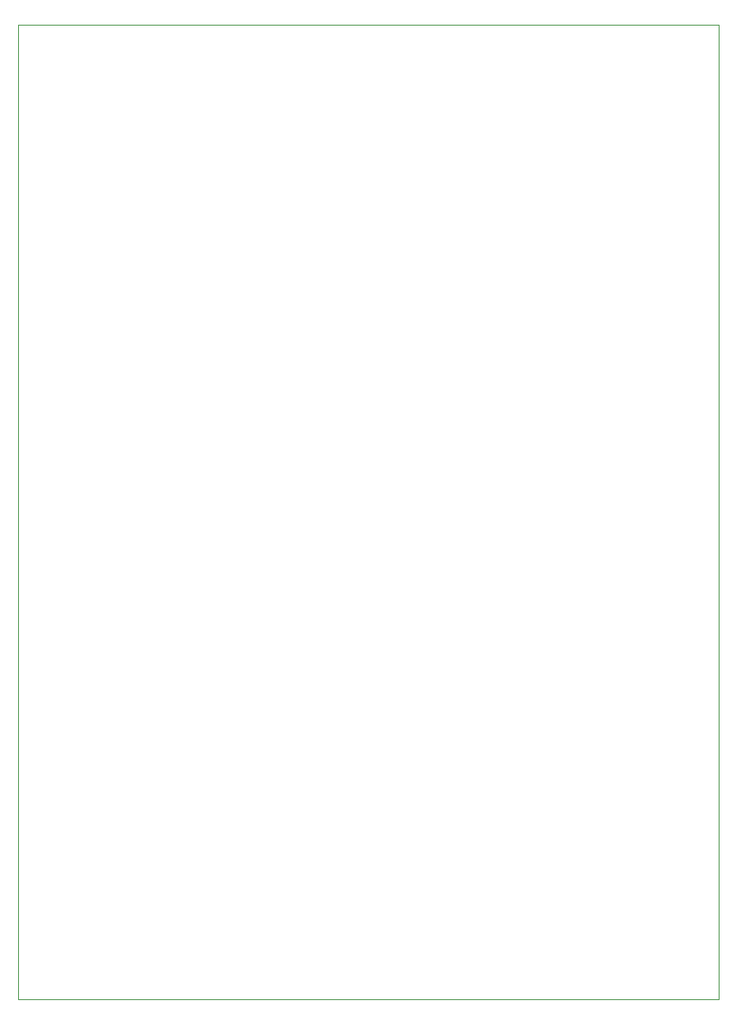
<source format=gm1>
G04 #@! TF.GenerationSoftware,KiCad,Pcbnew,(5.1.2-1)-1*
G04 #@! TF.CreationDate,2023-01-19T17:55:11+00:00*
G04 #@! TF.ProjectId,Switch inputs 2,53776974-6368-4206-996e-707574732032,rev?*
G04 #@! TF.SameCoordinates,Original*
G04 #@! TF.FileFunction,Profile,NP*
%FSLAX46Y46*%
G04 Gerber Fmt 4.6, Leading zero omitted, Abs format (unit mm)*
G04 Created by KiCad (PCBNEW (5.1.2-1)-1) date 2023-01-19 17:55:11*
%MOMM*%
%LPD*%
G04 APERTURE LIST*
%ADD10C,0.050000*%
G04 APERTURE END LIST*
D10*
X80000000Y-67000000D02*
X152000000Y-67000000D01*
X152000000Y-167000000D02*
X80000000Y-167000000D01*
X152000000Y-67000000D02*
X152000000Y-167000000D01*
X80000000Y-67000000D02*
X80000000Y-167000000D01*
M02*

</source>
